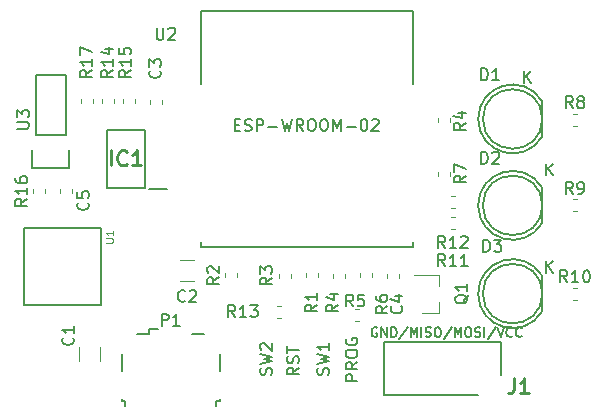
<source format=gto>
G04 #@! TF.GenerationSoftware,KiCad,Pcbnew,(5.1.5)-3*
G04 #@! TF.CreationDate,2020-03-31T22:24:07+09:00*
G04 #@! TF.ProjectId,irController,6972436f-6e74-4726-9f6c-6c65722e6b69,rev?*
G04 #@! TF.SameCoordinates,Original*
G04 #@! TF.FileFunction,Legend,Top*
G04 #@! TF.FilePolarity,Positive*
%FSLAX46Y46*%
G04 Gerber Fmt 4.6, Leading zero omitted, Abs format (unit mm)*
G04 Created by KiCad (PCBNEW (5.1.5)-3) date 2020-03-31 22:24:07*
%MOMM*%
%LPD*%
G04 APERTURE LIST*
%ADD10C,0.150000*%
%ADD11C,0.200000*%
%ADD12C,0.120000*%
%ADD13C,0.152400*%
%ADD14C,0.254000*%
%ADD15C,0.124460*%
G04 APERTURE END LIST*
D10*
X159329380Y-100845714D02*
X158329380Y-100845714D01*
X158329380Y-100464761D01*
X158377000Y-100369523D01*
X158424619Y-100321904D01*
X158519857Y-100274285D01*
X158662714Y-100274285D01*
X158757952Y-100321904D01*
X158805571Y-100369523D01*
X158853190Y-100464761D01*
X158853190Y-100845714D01*
X159329380Y-99274285D02*
X158853190Y-99607619D01*
X159329380Y-99845714D02*
X158329380Y-99845714D01*
X158329380Y-99464761D01*
X158377000Y-99369523D01*
X158424619Y-99321904D01*
X158519857Y-99274285D01*
X158662714Y-99274285D01*
X158757952Y-99321904D01*
X158805571Y-99369523D01*
X158853190Y-99464761D01*
X158853190Y-99845714D01*
X158329380Y-98655238D02*
X158329380Y-98464761D01*
X158377000Y-98369523D01*
X158472238Y-98274285D01*
X158662714Y-98226666D01*
X158996047Y-98226666D01*
X159186523Y-98274285D01*
X159281761Y-98369523D01*
X159329380Y-98464761D01*
X159329380Y-98655238D01*
X159281761Y-98750476D01*
X159186523Y-98845714D01*
X158996047Y-98893333D01*
X158662714Y-98893333D01*
X158472238Y-98845714D01*
X158377000Y-98750476D01*
X158329380Y-98655238D01*
X158377000Y-97274285D02*
X158329380Y-97369523D01*
X158329380Y-97512380D01*
X158377000Y-97655238D01*
X158472238Y-97750476D01*
X158567476Y-97798095D01*
X158757952Y-97845714D01*
X158900809Y-97845714D01*
X159091285Y-97798095D01*
X159186523Y-97750476D01*
X159281761Y-97655238D01*
X159329380Y-97512380D01*
X159329380Y-97417142D01*
X159281761Y-97274285D01*
X159234142Y-97226666D01*
X158900809Y-97226666D01*
X158900809Y-97417142D01*
X154376380Y-99734619D02*
X153900190Y-100067952D01*
X154376380Y-100306047D02*
X153376380Y-100306047D01*
X153376380Y-99925095D01*
X153424000Y-99829857D01*
X153471619Y-99782238D01*
X153566857Y-99734619D01*
X153709714Y-99734619D01*
X153804952Y-99782238D01*
X153852571Y-99829857D01*
X153900190Y-99925095D01*
X153900190Y-100306047D01*
X154328761Y-99353666D02*
X154376380Y-99210809D01*
X154376380Y-98972714D01*
X154328761Y-98877476D01*
X154281142Y-98829857D01*
X154185904Y-98782238D01*
X154090666Y-98782238D01*
X153995428Y-98829857D01*
X153947809Y-98877476D01*
X153900190Y-98972714D01*
X153852571Y-99163190D01*
X153804952Y-99258428D01*
X153757333Y-99306047D01*
X153662095Y-99353666D01*
X153566857Y-99353666D01*
X153471619Y-99306047D01*
X153424000Y-99258428D01*
X153376380Y-99163190D01*
X153376380Y-98925095D01*
X153424000Y-98782238D01*
X153376380Y-98496523D02*
X153376380Y-97925095D01*
X154376380Y-98210809D02*
X153376380Y-98210809D01*
D11*
X148928571Y-79178571D02*
X149261904Y-79178571D01*
X149404761Y-79702380D02*
X148928571Y-79702380D01*
X148928571Y-78702380D01*
X149404761Y-78702380D01*
X149785714Y-79654761D02*
X149928571Y-79702380D01*
X150166666Y-79702380D01*
X150261904Y-79654761D01*
X150309523Y-79607142D01*
X150357142Y-79511904D01*
X150357142Y-79416666D01*
X150309523Y-79321428D01*
X150261904Y-79273809D01*
X150166666Y-79226190D01*
X149976190Y-79178571D01*
X149880952Y-79130952D01*
X149833333Y-79083333D01*
X149785714Y-78988095D01*
X149785714Y-78892857D01*
X149833333Y-78797619D01*
X149880952Y-78750000D01*
X149976190Y-78702380D01*
X150214285Y-78702380D01*
X150357142Y-78750000D01*
X150785714Y-79702380D02*
X150785714Y-78702380D01*
X151166666Y-78702380D01*
X151261904Y-78750000D01*
X151309523Y-78797619D01*
X151357142Y-78892857D01*
X151357142Y-79035714D01*
X151309523Y-79130952D01*
X151261904Y-79178571D01*
X151166666Y-79226190D01*
X150785714Y-79226190D01*
X151785714Y-79321428D02*
X152547619Y-79321428D01*
X152928571Y-78702380D02*
X153166666Y-79702380D01*
X153357142Y-78988095D01*
X153547619Y-79702380D01*
X153785714Y-78702380D01*
X154738095Y-79702380D02*
X154404761Y-79226190D01*
X154166666Y-79702380D02*
X154166666Y-78702380D01*
X154547619Y-78702380D01*
X154642857Y-78750000D01*
X154690476Y-78797619D01*
X154738095Y-78892857D01*
X154738095Y-79035714D01*
X154690476Y-79130952D01*
X154642857Y-79178571D01*
X154547619Y-79226190D01*
X154166666Y-79226190D01*
X155357142Y-78702380D02*
X155547619Y-78702380D01*
X155642857Y-78750000D01*
X155738095Y-78845238D01*
X155785714Y-79035714D01*
X155785714Y-79369047D01*
X155738095Y-79559523D01*
X155642857Y-79654761D01*
X155547619Y-79702380D01*
X155357142Y-79702380D01*
X155261904Y-79654761D01*
X155166666Y-79559523D01*
X155119047Y-79369047D01*
X155119047Y-79035714D01*
X155166666Y-78845238D01*
X155261904Y-78750000D01*
X155357142Y-78702380D01*
X156404761Y-78702380D02*
X156595238Y-78702380D01*
X156690476Y-78750000D01*
X156785714Y-78845238D01*
X156833333Y-79035714D01*
X156833333Y-79369047D01*
X156785714Y-79559523D01*
X156690476Y-79654761D01*
X156595238Y-79702380D01*
X156404761Y-79702380D01*
X156309523Y-79654761D01*
X156214285Y-79559523D01*
X156166666Y-79369047D01*
X156166666Y-79035714D01*
X156214285Y-78845238D01*
X156309523Y-78750000D01*
X156404761Y-78702380D01*
X157261904Y-79702380D02*
X157261904Y-78702380D01*
X157595238Y-79416666D01*
X157928571Y-78702380D01*
X157928571Y-79702380D01*
X158404761Y-79321428D02*
X159166666Y-79321428D01*
X159833333Y-78702380D02*
X159928571Y-78702380D01*
X160023809Y-78750000D01*
X160071428Y-78797619D01*
X160119047Y-78892857D01*
X160166666Y-79083333D01*
X160166666Y-79321428D01*
X160119047Y-79511904D01*
X160071428Y-79607142D01*
X160023809Y-79654761D01*
X159928571Y-79702380D01*
X159833333Y-79702380D01*
X159738095Y-79654761D01*
X159690476Y-79607142D01*
X159642857Y-79511904D01*
X159595238Y-79321428D01*
X159595238Y-79083333D01*
X159642857Y-78892857D01*
X159690476Y-78797619D01*
X159738095Y-78750000D01*
X159833333Y-78702380D01*
X160547619Y-78797619D02*
X160595238Y-78750000D01*
X160690476Y-78702380D01*
X160928571Y-78702380D01*
X161023809Y-78750000D01*
X161071428Y-78797619D01*
X161119047Y-78892857D01*
X161119047Y-78988095D01*
X161071428Y-79130952D01*
X160500000Y-79702380D01*
X161119047Y-79702380D01*
D10*
X160973238Y-96374000D02*
X160897047Y-96335904D01*
X160782761Y-96335904D01*
X160668476Y-96374000D01*
X160592285Y-96450190D01*
X160554190Y-96526380D01*
X160516095Y-96678761D01*
X160516095Y-96793047D01*
X160554190Y-96945428D01*
X160592285Y-97021619D01*
X160668476Y-97097809D01*
X160782761Y-97135904D01*
X160858952Y-97135904D01*
X160973238Y-97097809D01*
X161011333Y-97059714D01*
X161011333Y-96793047D01*
X160858952Y-96793047D01*
X161354190Y-97135904D02*
X161354190Y-96335904D01*
X161811333Y-97135904D01*
X161811333Y-96335904D01*
X162192285Y-97135904D02*
X162192285Y-96335904D01*
X162382761Y-96335904D01*
X162497047Y-96374000D01*
X162573238Y-96450190D01*
X162611333Y-96526380D01*
X162649428Y-96678761D01*
X162649428Y-96793047D01*
X162611333Y-96945428D01*
X162573238Y-97021619D01*
X162497047Y-97097809D01*
X162382761Y-97135904D01*
X162192285Y-97135904D01*
X163563714Y-96297809D02*
X162878000Y-97326380D01*
X163830380Y-97135904D02*
X163830380Y-96335904D01*
X164097047Y-96907333D01*
X164363714Y-96335904D01*
X164363714Y-97135904D01*
X164744666Y-97135904D02*
X164744666Y-96335904D01*
X165087523Y-97097809D02*
X165201809Y-97135904D01*
X165392285Y-97135904D01*
X165468476Y-97097809D01*
X165506571Y-97059714D01*
X165544666Y-96983523D01*
X165544666Y-96907333D01*
X165506571Y-96831142D01*
X165468476Y-96793047D01*
X165392285Y-96754952D01*
X165239904Y-96716857D01*
X165163714Y-96678761D01*
X165125619Y-96640666D01*
X165087523Y-96564476D01*
X165087523Y-96488285D01*
X165125619Y-96412095D01*
X165163714Y-96374000D01*
X165239904Y-96335904D01*
X165430380Y-96335904D01*
X165544666Y-96374000D01*
X166039904Y-96335904D02*
X166192285Y-96335904D01*
X166268476Y-96374000D01*
X166344666Y-96450190D01*
X166382761Y-96602571D01*
X166382761Y-96869238D01*
X166344666Y-97021619D01*
X166268476Y-97097809D01*
X166192285Y-97135904D01*
X166039904Y-97135904D01*
X165963714Y-97097809D01*
X165887523Y-97021619D01*
X165849428Y-96869238D01*
X165849428Y-96602571D01*
X165887523Y-96450190D01*
X165963714Y-96374000D01*
X166039904Y-96335904D01*
X167297047Y-96297809D02*
X166611333Y-97326380D01*
X167563714Y-97135904D02*
X167563714Y-96335904D01*
X167830380Y-96907333D01*
X168097047Y-96335904D01*
X168097047Y-97135904D01*
X168630380Y-96335904D02*
X168782761Y-96335904D01*
X168858952Y-96374000D01*
X168935142Y-96450190D01*
X168973238Y-96602571D01*
X168973238Y-96869238D01*
X168935142Y-97021619D01*
X168858952Y-97097809D01*
X168782761Y-97135904D01*
X168630380Y-97135904D01*
X168554190Y-97097809D01*
X168478000Y-97021619D01*
X168439904Y-96869238D01*
X168439904Y-96602571D01*
X168478000Y-96450190D01*
X168554190Y-96374000D01*
X168630380Y-96335904D01*
X169278000Y-97097809D02*
X169392285Y-97135904D01*
X169582761Y-97135904D01*
X169658952Y-97097809D01*
X169697047Y-97059714D01*
X169735142Y-96983523D01*
X169735142Y-96907333D01*
X169697047Y-96831142D01*
X169658952Y-96793047D01*
X169582761Y-96754952D01*
X169430380Y-96716857D01*
X169354190Y-96678761D01*
X169316095Y-96640666D01*
X169278000Y-96564476D01*
X169278000Y-96488285D01*
X169316095Y-96412095D01*
X169354190Y-96374000D01*
X169430380Y-96335904D01*
X169620857Y-96335904D01*
X169735142Y-96374000D01*
X170078000Y-97135904D02*
X170078000Y-96335904D01*
X171030380Y-96297809D02*
X170344666Y-97326380D01*
X171182761Y-96335904D02*
X171449428Y-97135904D01*
X171716095Y-96335904D01*
X172439904Y-97059714D02*
X172401809Y-97097809D01*
X172287523Y-97135904D01*
X172211333Y-97135904D01*
X172097047Y-97097809D01*
X172020857Y-97021619D01*
X171982761Y-96945428D01*
X171944666Y-96793047D01*
X171944666Y-96678761D01*
X171982761Y-96526380D01*
X172020857Y-96450190D01*
X172097047Y-96374000D01*
X172211333Y-96335904D01*
X172287523Y-96335904D01*
X172401809Y-96374000D01*
X172439904Y-96412095D01*
X173239904Y-97059714D02*
X173201809Y-97097809D01*
X173087523Y-97135904D01*
X173011333Y-97135904D01*
X172897047Y-97097809D01*
X172820857Y-97021619D01*
X172782761Y-96945428D01*
X172744666Y-96793047D01*
X172744666Y-96678761D01*
X172782761Y-96526380D01*
X172820857Y-96450190D01*
X172897047Y-96374000D01*
X173011333Y-96335904D01*
X173087523Y-96335904D01*
X173201809Y-96374000D01*
X173239904Y-96412095D01*
D11*
X169545000Y-102030000D02*
X161595000Y-102030000D01*
X161595000Y-102030000D02*
X161595000Y-97530000D01*
X161595000Y-97530000D02*
X171495000Y-97530000D01*
X171495000Y-97530000D02*
X171495000Y-100330000D01*
D12*
X152516721Y-94486000D02*
X152842279Y-94486000D01*
X152516721Y-95506000D02*
X152842279Y-95506000D01*
X159510000Y-92085279D02*
X159510000Y-91759721D01*
X160530000Y-92085279D02*
X160530000Y-91759721D01*
X152652000Y-91810721D02*
X152652000Y-92136279D01*
X153672000Y-91810721D02*
X153672000Y-92136279D01*
X135130000Y-84973279D02*
X135130000Y-84647721D01*
X134110000Y-84973279D02*
X134110000Y-84647721D01*
X161796000Y-91810721D02*
X161796000Y-92136279D01*
X162816000Y-91810721D02*
X162816000Y-92136279D01*
X141752000Y-77053221D02*
X141752000Y-77378779D01*
X142772000Y-77053221D02*
X142772000Y-77378779D01*
X144301936Y-92410000D02*
X145506064Y-92410000D01*
X144301936Y-90590000D02*
X145506064Y-90590000D01*
X135742000Y-97949936D02*
X135742000Y-99154064D01*
X137562000Y-97949936D02*
X137562000Y-99154064D01*
X167550279Y-85190000D02*
X167224721Y-85190000D01*
X167550279Y-86210000D02*
X167224721Y-86210000D01*
X177567221Y-78230000D02*
X177892779Y-78230000D01*
X177567221Y-79250000D02*
X177892779Y-79250000D01*
D10*
X174977936Y-93472000D02*
G75*
G03X174977936Y-93472000I-2517936J0D01*
G01*
X174960000Y-91972000D02*
X174960000Y-94972000D01*
X174944888Y-91947096D02*
G75*
G03X174960000Y-94972000I-2484888J-1524904D01*
G01*
X174977936Y-78681580D02*
G75*
G03X174977936Y-78681580I-2517936J0D01*
G01*
X174960000Y-77181580D02*
X174960000Y-80181580D01*
X174944888Y-77156676D02*
G75*
G03X174960000Y-80181580I-2484888J-1524904D01*
G01*
X174977936Y-86000000D02*
G75*
G03X174977936Y-86000000I-2517936J0D01*
G01*
X174960000Y-84500000D02*
X174960000Y-87500000D01*
X174944888Y-84475096D02*
G75*
G03X174960000Y-87500000I-2484888J-1524904D01*
G01*
D12*
X166260000Y-95080000D02*
X166260000Y-94150000D01*
X166260000Y-91920000D02*
X166260000Y-92850000D01*
X166260000Y-91920000D02*
X164100000Y-91920000D01*
X166260000Y-95080000D02*
X164800000Y-95080000D01*
D10*
X131116000Y-87936000D02*
X131116000Y-94436000D01*
X131116000Y-94436000D02*
X137616000Y-94436000D01*
X137616000Y-94436000D02*
X137616000Y-87936000D01*
X137616000Y-87936000D02*
X131116000Y-87936000D01*
X131800000Y-81280000D02*
X131800000Y-82830000D01*
X131800000Y-82830000D02*
X134900000Y-82830000D01*
X134900000Y-82830000D02*
X134900000Y-81280000D01*
X132080000Y-80010000D02*
X132080000Y-74930000D01*
X132080000Y-74930000D02*
X134620000Y-74930000D01*
X134620000Y-74930000D02*
X134620000Y-80010000D01*
X134620000Y-80010000D02*
X132080000Y-80010000D01*
D12*
X154938000Y-91759721D02*
X154938000Y-92085279D01*
X155958000Y-91759721D02*
X155958000Y-92085279D01*
X148080000Y-92085279D02*
X148080000Y-91759721D01*
X149100000Y-92085279D02*
X149100000Y-91759721D01*
X166114000Y-78928279D02*
X166114000Y-78602721D01*
X167134000Y-78928279D02*
X167134000Y-78602721D01*
X159446279Y-94740000D02*
X159120721Y-94740000D01*
X159446279Y-95760000D02*
X159120721Y-95760000D01*
X167134000Y-83149221D02*
X167134000Y-83474779D01*
X166114000Y-83149221D02*
X166114000Y-83474779D01*
X177567221Y-85490000D02*
X177892779Y-85490000D01*
X177567221Y-86510000D02*
X177892779Y-86510000D01*
X177567221Y-92962000D02*
X177892779Y-92962000D01*
X177567221Y-93982000D02*
X177892779Y-93982000D01*
X167575279Y-88010000D02*
X167249721Y-88010000D01*
X167575279Y-86990000D02*
X167249721Y-86990000D01*
D13*
X146080000Y-69535000D02*
X146080000Y-75720000D01*
X164063200Y-89120000D02*
X164063200Y-89499400D01*
X146080000Y-89120000D02*
X146080000Y-89499400D01*
X164063200Y-69535000D02*
X164063200Y-75720000D01*
X146080000Y-89537500D02*
X164063200Y-89537500D01*
X164050500Y-69535000D02*
X146080000Y-69535000D01*
D10*
X139350000Y-98600000D02*
X139350000Y-100000000D01*
X139350000Y-102400000D02*
X139350000Y-102550000D01*
X139350000Y-102550000D02*
X139650000Y-102550000D01*
X139650000Y-102550000D02*
X139650000Y-103000000D01*
X147350000Y-103000000D02*
X147350000Y-102550000D01*
X147350000Y-102550000D02*
X147650000Y-102550000D01*
X147650000Y-102550000D02*
X147650000Y-102400000D01*
X147650000Y-100000000D02*
X147650000Y-98600000D01*
X142425000Y-96425000D02*
X141700000Y-96425000D01*
X141700000Y-96425000D02*
X141700000Y-96850000D01*
X141700000Y-96850000D02*
X140700000Y-96850000D01*
X145300000Y-96850000D02*
X146300000Y-96850000D01*
D11*
X141300000Y-84492000D02*
X138100000Y-84492000D01*
X138100000Y-84492000D02*
X138100000Y-79592000D01*
X138100000Y-79592000D02*
X141300000Y-79592000D01*
X141300000Y-79592000D02*
X141300000Y-84492000D01*
X143175000Y-84622000D02*
X141650000Y-84622000D01*
D12*
X158244000Y-91810721D02*
X158244000Y-92136279D01*
X157224000Y-91810721D02*
X157224000Y-92136279D01*
X137666000Y-77027721D02*
X137666000Y-77353279D01*
X138686000Y-77027721D02*
X138686000Y-77353279D01*
X140464000Y-77027721D02*
X140464000Y-77353279D01*
X139444000Y-77027721D02*
X139444000Y-77353279D01*
X131824000Y-84973279D02*
X131824000Y-84647721D01*
X132844000Y-84973279D02*
X132844000Y-84647721D01*
X135888000Y-77027721D02*
X135888000Y-77353279D01*
X136908000Y-77027721D02*
X136908000Y-77353279D01*
D14*
X172550666Y-100650523D02*
X172550666Y-101557666D01*
X172490190Y-101739095D01*
X172369238Y-101860047D01*
X172187809Y-101920523D01*
X172066857Y-101920523D01*
X173820666Y-101920523D02*
X173094952Y-101920523D01*
X173457809Y-101920523D02*
X173457809Y-100650523D01*
X173336857Y-100831952D01*
X173215904Y-100952904D01*
X173094952Y-101013380D01*
D10*
X148963142Y-95448380D02*
X148629809Y-94972190D01*
X148391714Y-95448380D02*
X148391714Y-94448380D01*
X148772666Y-94448380D01*
X148867904Y-94496000D01*
X148915523Y-94543619D01*
X148963142Y-94638857D01*
X148963142Y-94781714D01*
X148915523Y-94876952D01*
X148867904Y-94924571D01*
X148772666Y-94972190D01*
X148391714Y-94972190D01*
X149915523Y-95448380D02*
X149344095Y-95448380D01*
X149629809Y-95448380D02*
X149629809Y-94448380D01*
X149534571Y-94591238D01*
X149439333Y-94686476D01*
X149344095Y-94734095D01*
X150248857Y-94448380D02*
X150867904Y-94448380D01*
X150534571Y-94829333D01*
X150677428Y-94829333D01*
X150772666Y-94876952D01*
X150820285Y-94924571D01*
X150867904Y-95019809D01*
X150867904Y-95257904D01*
X150820285Y-95353142D01*
X150772666Y-95400761D01*
X150677428Y-95448380D01*
X150391714Y-95448380D01*
X150296476Y-95400761D01*
X150248857Y-95353142D01*
X161869380Y-94527666D02*
X161393190Y-94861000D01*
X161869380Y-95099095D02*
X160869380Y-95099095D01*
X160869380Y-94718142D01*
X160917000Y-94622904D01*
X160964619Y-94575285D01*
X161059857Y-94527666D01*
X161202714Y-94527666D01*
X161297952Y-94575285D01*
X161345571Y-94622904D01*
X161393190Y-94718142D01*
X161393190Y-95099095D01*
X160869380Y-93670523D02*
X160869380Y-93861000D01*
X160917000Y-93956238D01*
X160964619Y-94003857D01*
X161107476Y-94099095D01*
X161297952Y-94146714D01*
X161678904Y-94146714D01*
X161774142Y-94099095D01*
X161821761Y-94051476D01*
X161869380Y-93956238D01*
X161869380Y-93765761D01*
X161821761Y-93670523D01*
X161774142Y-93622904D01*
X161678904Y-93575285D01*
X161440809Y-93575285D01*
X161345571Y-93622904D01*
X161297952Y-93670523D01*
X161250333Y-93765761D01*
X161250333Y-93956238D01*
X161297952Y-94051476D01*
X161345571Y-94099095D01*
X161440809Y-94146714D01*
X152090380Y-92114666D02*
X151614190Y-92448000D01*
X152090380Y-92686095D02*
X151090380Y-92686095D01*
X151090380Y-92305142D01*
X151138000Y-92209904D01*
X151185619Y-92162285D01*
X151280857Y-92114666D01*
X151423714Y-92114666D01*
X151518952Y-92162285D01*
X151566571Y-92209904D01*
X151614190Y-92305142D01*
X151614190Y-92686095D01*
X151090380Y-91781333D02*
X151090380Y-91162285D01*
X151471333Y-91495619D01*
X151471333Y-91352761D01*
X151518952Y-91257523D01*
X151566571Y-91209904D01*
X151661809Y-91162285D01*
X151899904Y-91162285D01*
X151995142Y-91209904D01*
X152042761Y-91257523D01*
X152090380Y-91352761D01*
X152090380Y-91638476D01*
X152042761Y-91733714D01*
X151995142Y-91781333D01*
X152042761Y-100333333D02*
X152090380Y-100190476D01*
X152090380Y-99952380D01*
X152042761Y-99857142D01*
X151995142Y-99809523D01*
X151899904Y-99761904D01*
X151804666Y-99761904D01*
X151709428Y-99809523D01*
X151661809Y-99857142D01*
X151614190Y-99952380D01*
X151566571Y-100142857D01*
X151518952Y-100238095D01*
X151471333Y-100285714D01*
X151376095Y-100333333D01*
X151280857Y-100333333D01*
X151185619Y-100285714D01*
X151138000Y-100238095D01*
X151090380Y-100142857D01*
X151090380Y-99904761D01*
X151138000Y-99761904D01*
X151090380Y-99428571D02*
X152090380Y-99190476D01*
X151376095Y-99000000D01*
X152090380Y-98809523D01*
X151090380Y-98571428D01*
X151185619Y-98238095D02*
X151138000Y-98190476D01*
X151090380Y-98095238D01*
X151090380Y-97857142D01*
X151138000Y-97761904D01*
X151185619Y-97714285D01*
X151280857Y-97666666D01*
X151376095Y-97666666D01*
X151518952Y-97714285D01*
X152090380Y-98285714D01*
X152090380Y-97666666D01*
X136501142Y-85764666D02*
X136548761Y-85812285D01*
X136596380Y-85955142D01*
X136596380Y-86050380D01*
X136548761Y-86193238D01*
X136453523Y-86288476D01*
X136358285Y-86336095D01*
X136167809Y-86383714D01*
X136024952Y-86383714D01*
X135834476Y-86336095D01*
X135739238Y-86288476D01*
X135644000Y-86193238D01*
X135596380Y-86050380D01*
X135596380Y-85955142D01*
X135644000Y-85812285D01*
X135691619Y-85764666D01*
X135596380Y-84859904D02*
X135596380Y-85336095D01*
X136072571Y-85383714D01*
X136024952Y-85336095D01*
X135977333Y-85240857D01*
X135977333Y-85002761D01*
X136024952Y-84907523D01*
X136072571Y-84859904D01*
X136167809Y-84812285D01*
X136405904Y-84812285D01*
X136501142Y-84859904D01*
X136548761Y-84907523D01*
X136596380Y-85002761D01*
X136596380Y-85240857D01*
X136548761Y-85336095D01*
X136501142Y-85383714D01*
X163044142Y-94527666D02*
X163091761Y-94575285D01*
X163139380Y-94718142D01*
X163139380Y-94813380D01*
X163091761Y-94956238D01*
X162996523Y-95051476D01*
X162901285Y-95099095D01*
X162710809Y-95146714D01*
X162567952Y-95146714D01*
X162377476Y-95099095D01*
X162282238Y-95051476D01*
X162187000Y-94956238D01*
X162139380Y-94813380D01*
X162139380Y-94718142D01*
X162187000Y-94575285D01*
X162234619Y-94527666D01*
X162472714Y-93670523D02*
X163139380Y-93670523D01*
X162091761Y-93908619D02*
X162806047Y-94146714D01*
X162806047Y-93527666D01*
X142597142Y-74588666D02*
X142644761Y-74636285D01*
X142692380Y-74779142D01*
X142692380Y-74874380D01*
X142644761Y-75017238D01*
X142549523Y-75112476D01*
X142454285Y-75160095D01*
X142263809Y-75207714D01*
X142120952Y-75207714D01*
X141930476Y-75160095D01*
X141835238Y-75112476D01*
X141740000Y-75017238D01*
X141692380Y-74874380D01*
X141692380Y-74779142D01*
X141740000Y-74636285D01*
X141787619Y-74588666D01*
X141692380Y-74255333D02*
X141692380Y-73636285D01*
X142073333Y-73969619D01*
X142073333Y-73826761D01*
X142120952Y-73731523D01*
X142168571Y-73683904D01*
X142263809Y-73636285D01*
X142501904Y-73636285D01*
X142597142Y-73683904D01*
X142644761Y-73731523D01*
X142692380Y-73826761D01*
X142692380Y-74112476D01*
X142644761Y-74207714D01*
X142597142Y-74255333D01*
X144737333Y-94083142D02*
X144689714Y-94130761D01*
X144546857Y-94178380D01*
X144451619Y-94178380D01*
X144308761Y-94130761D01*
X144213523Y-94035523D01*
X144165904Y-93940285D01*
X144118285Y-93749809D01*
X144118285Y-93606952D01*
X144165904Y-93416476D01*
X144213523Y-93321238D01*
X144308761Y-93226000D01*
X144451619Y-93178380D01*
X144546857Y-93178380D01*
X144689714Y-93226000D01*
X144737333Y-93273619D01*
X145118285Y-93273619D02*
X145165904Y-93226000D01*
X145261142Y-93178380D01*
X145499238Y-93178380D01*
X145594476Y-93226000D01*
X145642095Y-93273619D01*
X145689714Y-93368857D01*
X145689714Y-93464095D01*
X145642095Y-93606952D01*
X145070666Y-94178380D01*
X145689714Y-94178380D01*
X135231142Y-97194666D02*
X135278761Y-97242285D01*
X135326380Y-97385142D01*
X135326380Y-97480380D01*
X135278761Y-97623238D01*
X135183523Y-97718476D01*
X135088285Y-97766095D01*
X134897809Y-97813714D01*
X134754952Y-97813714D01*
X134564476Y-97766095D01*
X134469238Y-97718476D01*
X134374000Y-97623238D01*
X134326380Y-97480380D01*
X134326380Y-97385142D01*
X134374000Y-97242285D01*
X134421619Y-97194666D01*
X135326380Y-96242285D02*
X135326380Y-96813714D01*
X135326380Y-96528000D02*
X134326380Y-96528000D01*
X134469238Y-96623238D01*
X134564476Y-96718476D01*
X134612095Y-96813714D01*
X166743142Y-89606380D02*
X166409809Y-89130190D01*
X166171714Y-89606380D02*
X166171714Y-88606380D01*
X166552666Y-88606380D01*
X166647904Y-88654000D01*
X166695523Y-88701619D01*
X166743142Y-88796857D01*
X166743142Y-88939714D01*
X166695523Y-89034952D01*
X166647904Y-89082571D01*
X166552666Y-89130190D01*
X166171714Y-89130190D01*
X167695523Y-89606380D02*
X167124095Y-89606380D01*
X167409809Y-89606380D02*
X167409809Y-88606380D01*
X167314571Y-88749238D01*
X167219333Y-88844476D01*
X167124095Y-88892095D01*
X168076476Y-88701619D02*
X168124095Y-88654000D01*
X168219333Y-88606380D01*
X168457428Y-88606380D01*
X168552666Y-88654000D01*
X168600285Y-88701619D01*
X168647904Y-88796857D01*
X168647904Y-88892095D01*
X168600285Y-89034952D01*
X168028857Y-89606380D01*
X168647904Y-89606380D01*
X177563333Y-77762380D02*
X177230000Y-77286190D01*
X176991904Y-77762380D02*
X176991904Y-76762380D01*
X177372857Y-76762380D01*
X177468095Y-76810000D01*
X177515714Y-76857619D01*
X177563333Y-76952857D01*
X177563333Y-77095714D01*
X177515714Y-77190952D01*
X177468095Y-77238571D01*
X177372857Y-77286190D01*
X176991904Y-77286190D01*
X178134761Y-77190952D02*
X178039523Y-77143333D01*
X177991904Y-77095714D01*
X177944285Y-77000476D01*
X177944285Y-76952857D01*
X177991904Y-76857619D01*
X178039523Y-76810000D01*
X178134761Y-76762380D01*
X178325238Y-76762380D01*
X178420476Y-76810000D01*
X178468095Y-76857619D01*
X178515714Y-76952857D01*
X178515714Y-77000476D01*
X178468095Y-77095714D01*
X178420476Y-77143333D01*
X178325238Y-77190952D01*
X178134761Y-77190952D01*
X178039523Y-77238571D01*
X177991904Y-77286190D01*
X177944285Y-77381428D01*
X177944285Y-77571904D01*
X177991904Y-77667142D01*
X178039523Y-77714761D01*
X178134761Y-77762380D01*
X178325238Y-77762380D01*
X178420476Y-77714761D01*
X178468095Y-77667142D01*
X178515714Y-77571904D01*
X178515714Y-77381428D01*
X178468095Y-77286190D01*
X178420476Y-77238571D01*
X178325238Y-77190952D01*
X156868761Y-100333333D02*
X156916380Y-100190476D01*
X156916380Y-99952380D01*
X156868761Y-99857142D01*
X156821142Y-99809523D01*
X156725904Y-99761904D01*
X156630666Y-99761904D01*
X156535428Y-99809523D01*
X156487809Y-99857142D01*
X156440190Y-99952380D01*
X156392571Y-100142857D01*
X156344952Y-100238095D01*
X156297333Y-100285714D01*
X156202095Y-100333333D01*
X156106857Y-100333333D01*
X156011619Y-100285714D01*
X155964000Y-100238095D01*
X155916380Y-100142857D01*
X155916380Y-99904761D01*
X155964000Y-99761904D01*
X155916380Y-99428571D02*
X156916380Y-99190476D01*
X156202095Y-99000000D01*
X156916380Y-98809523D01*
X155916380Y-98571428D01*
X156916380Y-97666666D02*
X156916380Y-98238095D01*
X156916380Y-97952380D02*
X155916380Y-97952380D01*
X156059238Y-98047619D01*
X156154476Y-98142857D01*
X156202095Y-98238095D01*
X169991904Y-89924380D02*
X169991904Y-88924380D01*
X170230000Y-88924380D01*
X170372857Y-88972000D01*
X170468095Y-89067238D01*
X170515714Y-89162476D01*
X170563333Y-89352952D01*
X170563333Y-89495809D01*
X170515714Y-89686285D01*
X170468095Y-89781523D01*
X170372857Y-89876761D01*
X170230000Y-89924380D01*
X169991904Y-89924380D01*
X170896666Y-88924380D02*
X171515714Y-88924380D01*
X171182380Y-89305333D01*
X171325238Y-89305333D01*
X171420476Y-89352952D01*
X171468095Y-89400571D01*
X171515714Y-89495809D01*
X171515714Y-89733904D01*
X171468095Y-89829142D01*
X171420476Y-89876761D01*
X171325238Y-89924380D01*
X171039523Y-89924380D01*
X170944285Y-89876761D01*
X170896666Y-89829142D01*
X175276095Y-91682380D02*
X175276095Y-90682380D01*
X175847523Y-91682380D02*
X175418952Y-91110952D01*
X175847523Y-90682380D02*
X175276095Y-91253809D01*
X169799904Y-75401960D02*
X169799904Y-74401960D01*
X170038000Y-74401960D01*
X170180857Y-74449580D01*
X170276095Y-74544818D01*
X170323714Y-74640056D01*
X170371333Y-74830532D01*
X170371333Y-74973389D01*
X170323714Y-75163865D01*
X170276095Y-75259103D01*
X170180857Y-75354341D01*
X170038000Y-75401960D01*
X169799904Y-75401960D01*
X171323714Y-75401960D02*
X170752285Y-75401960D01*
X171038000Y-75401960D02*
X171038000Y-74401960D01*
X170942761Y-74544818D01*
X170847523Y-74640056D01*
X170752285Y-74687675D01*
X173468095Y-75633960D02*
X173468095Y-74633960D01*
X174039523Y-75633960D02*
X173610952Y-75062532D01*
X174039523Y-74633960D02*
X173468095Y-75205389D01*
X169799904Y-82464380D02*
X169799904Y-81464380D01*
X170038000Y-81464380D01*
X170180857Y-81512000D01*
X170276095Y-81607238D01*
X170323714Y-81702476D01*
X170371333Y-81892952D01*
X170371333Y-82035809D01*
X170323714Y-82226285D01*
X170276095Y-82321523D01*
X170180857Y-82416761D01*
X170038000Y-82464380D01*
X169799904Y-82464380D01*
X170752285Y-81559619D02*
X170799904Y-81512000D01*
X170895142Y-81464380D01*
X171133238Y-81464380D01*
X171228476Y-81512000D01*
X171276095Y-81559619D01*
X171323714Y-81654857D01*
X171323714Y-81750095D01*
X171276095Y-81892952D01*
X170704666Y-82464380D01*
X171323714Y-82464380D01*
X175276095Y-83464380D02*
X175276095Y-82464380D01*
X175847523Y-83464380D02*
X175418952Y-82892952D01*
X175847523Y-82464380D02*
X175276095Y-83035809D01*
X168695619Y-93567238D02*
X168648000Y-93662476D01*
X168552761Y-93757714D01*
X168409904Y-93900571D01*
X168362285Y-93995809D01*
X168362285Y-94091047D01*
X168600380Y-94043428D02*
X168552761Y-94138666D01*
X168457523Y-94233904D01*
X168267047Y-94281523D01*
X167933714Y-94281523D01*
X167743238Y-94233904D01*
X167648000Y-94138666D01*
X167600380Y-94043428D01*
X167600380Y-93852952D01*
X167648000Y-93757714D01*
X167743238Y-93662476D01*
X167933714Y-93614857D01*
X168267047Y-93614857D01*
X168457523Y-93662476D01*
X168552761Y-93757714D01*
X168600380Y-93852952D01*
X168600380Y-94043428D01*
X168600380Y-92662476D02*
X168600380Y-93233904D01*
X168600380Y-92948190D02*
X167600380Y-92948190D01*
X167743238Y-93043428D01*
X167838476Y-93138666D01*
X167886095Y-93233904D01*
D15*
X138037735Y-89142716D02*
X138522996Y-89142716D01*
X138580085Y-89114171D01*
X138608630Y-89085626D01*
X138637175Y-89028537D01*
X138637175Y-88914358D01*
X138608630Y-88857268D01*
X138580085Y-88828723D01*
X138522996Y-88800179D01*
X138037735Y-88800179D01*
X138637175Y-88200739D02*
X138637175Y-88543276D01*
X138637175Y-88372007D02*
X138037735Y-88372007D01*
X138123369Y-88429097D01*
X138180459Y-88486186D01*
X138209003Y-88543276D01*
D10*
X130516380Y-79501904D02*
X131325904Y-79501904D01*
X131421142Y-79454285D01*
X131468761Y-79406666D01*
X131516380Y-79311428D01*
X131516380Y-79120952D01*
X131468761Y-79025714D01*
X131421142Y-78978095D01*
X131325904Y-78930476D01*
X130516380Y-78930476D01*
X130516380Y-78549523D02*
X130516380Y-77930476D01*
X130897333Y-78263809D01*
X130897333Y-78120952D01*
X130944952Y-78025714D01*
X130992571Y-77978095D01*
X131087809Y-77930476D01*
X131325904Y-77930476D01*
X131421142Y-77978095D01*
X131468761Y-78025714D01*
X131516380Y-78120952D01*
X131516380Y-78406666D01*
X131468761Y-78501904D01*
X131421142Y-78549523D01*
X155900380Y-94400666D02*
X155424190Y-94734000D01*
X155900380Y-94972095D02*
X154900380Y-94972095D01*
X154900380Y-94591142D01*
X154948000Y-94495904D01*
X154995619Y-94448285D01*
X155090857Y-94400666D01*
X155233714Y-94400666D01*
X155328952Y-94448285D01*
X155376571Y-94495904D01*
X155424190Y-94591142D01*
X155424190Y-94972095D01*
X155900380Y-93448285D02*
X155900380Y-94019714D01*
X155900380Y-93734000D02*
X154900380Y-93734000D01*
X155043238Y-93829238D01*
X155138476Y-93924476D01*
X155186095Y-94019714D01*
X147612380Y-92089166D02*
X147136190Y-92422500D01*
X147612380Y-92660595D02*
X146612380Y-92660595D01*
X146612380Y-92279642D01*
X146660000Y-92184404D01*
X146707619Y-92136785D01*
X146802857Y-92089166D01*
X146945714Y-92089166D01*
X147040952Y-92136785D01*
X147088571Y-92184404D01*
X147136190Y-92279642D01*
X147136190Y-92660595D01*
X146707619Y-91708214D02*
X146660000Y-91660595D01*
X146612380Y-91565357D01*
X146612380Y-91327261D01*
X146660000Y-91232023D01*
X146707619Y-91184404D01*
X146802857Y-91136785D01*
X146898095Y-91136785D01*
X147040952Y-91184404D01*
X147612380Y-91755833D01*
X147612380Y-91136785D01*
X168481380Y-79009666D02*
X168005190Y-79343000D01*
X168481380Y-79581095D02*
X167481380Y-79581095D01*
X167481380Y-79200142D01*
X167529000Y-79104904D01*
X167576619Y-79057285D01*
X167671857Y-79009666D01*
X167814714Y-79009666D01*
X167909952Y-79057285D01*
X167957571Y-79104904D01*
X168005190Y-79200142D01*
X168005190Y-79581095D01*
X167814714Y-78152523D02*
X168481380Y-78152523D01*
X167433761Y-78390619D02*
X168148047Y-78628714D01*
X168148047Y-78009666D01*
X158964333Y-94559380D02*
X158631000Y-94083190D01*
X158392904Y-94559380D02*
X158392904Y-93559380D01*
X158773857Y-93559380D01*
X158869095Y-93607000D01*
X158916714Y-93654619D01*
X158964333Y-93749857D01*
X158964333Y-93892714D01*
X158916714Y-93987952D01*
X158869095Y-94035571D01*
X158773857Y-94083190D01*
X158392904Y-94083190D01*
X159869095Y-93559380D02*
X159392904Y-93559380D01*
X159345285Y-94035571D01*
X159392904Y-93987952D01*
X159488142Y-93940333D01*
X159726238Y-93940333D01*
X159821476Y-93987952D01*
X159869095Y-94035571D01*
X159916714Y-94130809D01*
X159916714Y-94368904D01*
X159869095Y-94464142D01*
X159821476Y-94511761D01*
X159726238Y-94559380D01*
X159488142Y-94559380D01*
X159392904Y-94511761D01*
X159345285Y-94464142D01*
X168506380Y-83478666D02*
X168030190Y-83812000D01*
X168506380Y-84050095D02*
X167506380Y-84050095D01*
X167506380Y-83669142D01*
X167554000Y-83573904D01*
X167601619Y-83526285D01*
X167696857Y-83478666D01*
X167839714Y-83478666D01*
X167934952Y-83526285D01*
X167982571Y-83573904D01*
X168030190Y-83669142D01*
X168030190Y-84050095D01*
X167506380Y-83145333D02*
X167506380Y-82478666D01*
X168506380Y-82907238D01*
X177563333Y-85022380D02*
X177230000Y-84546190D01*
X176991904Y-85022380D02*
X176991904Y-84022380D01*
X177372857Y-84022380D01*
X177468095Y-84070000D01*
X177515714Y-84117619D01*
X177563333Y-84212857D01*
X177563333Y-84355714D01*
X177515714Y-84450952D01*
X177468095Y-84498571D01*
X177372857Y-84546190D01*
X176991904Y-84546190D01*
X178039523Y-85022380D02*
X178230000Y-85022380D01*
X178325238Y-84974761D01*
X178372857Y-84927142D01*
X178468095Y-84784285D01*
X178515714Y-84593809D01*
X178515714Y-84212857D01*
X178468095Y-84117619D01*
X178420476Y-84070000D01*
X178325238Y-84022380D01*
X178134761Y-84022380D01*
X178039523Y-84070000D01*
X177991904Y-84117619D01*
X177944285Y-84212857D01*
X177944285Y-84450952D01*
X177991904Y-84546190D01*
X178039523Y-84593809D01*
X178134761Y-84641428D01*
X178325238Y-84641428D01*
X178420476Y-84593809D01*
X178468095Y-84546190D01*
X178515714Y-84450952D01*
X177087142Y-92494380D02*
X176753809Y-92018190D01*
X176515714Y-92494380D02*
X176515714Y-91494380D01*
X176896666Y-91494380D01*
X176991904Y-91542000D01*
X177039523Y-91589619D01*
X177087142Y-91684857D01*
X177087142Y-91827714D01*
X177039523Y-91922952D01*
X176991904Y-91970571D01*
X176896666Y-92018190D01*
X176515714Y-92018190D01*
X178039523Y-92494380D02*
X177468095Y-92494380D01*
X177753809Y-92494380D02*
X177753809Y-91494380D01*
X177658571Y-91637238D01*
X177563333Y-91732476D01*
X177468095Y-91780095D01*
X178658571Y-91494380D02*
X178753809Y-91494380D01*
X178849047Y-91542000D01*
X178896666Y-91589619D01*
X178944285Y-91684857D01*
X178991904Y-91875333D01*
X178991904Y-92113428D01*
X178944285Y-92303904D01*
X178896666Y-92399142D01*
X178849047Y-92446761D01*
X178753809Y-92494380D01*
X178658571Y-92494380D01*
X178563333Y-92446761D01*
X178515714Y-92399142D01*
X178468095Y-92303904D01*
X178420476Y-92113428D01*
X178420476Y-91875333D01*
X178468095Y-91684857D01*
X178515714Y-91589619D01*
X178563333Y-91542000D01*
X178658571Y-91494380D01*
X166743142Y-91130380D02*
X166409809Y-90654190D01*
X166171714Y-91130380D02*
X166171714Y-90130380D01*
X166552666Y-90130380D01*
X166647904Y-90178000D01*
X166695523Y-90225619D01*
X166743142Y-90320857D01*
X166743142Y-90463714D01*
X166695523Y-90558952D01*
X166647904Y-90606571D01*
X166552666Y-90654190D01*
X166171714Y-90654190D01*
X167695523Y-91130380D02*
X167124095Y-91130380D01*
X167409809Y-91130380D02*
X167409809Y-90130380D01*
X167314571Y-90273238D01*
X167219333Y-90368476D01*
X167124095Y-90416095D01*
X168647904Y-91130380D02*
X168076476Y-91130380D01*
X168362190Y-91130380D02*
X168362190Y-90130380D01*
X168266952Y-90273238D01*
X168171714Y-90368476D01*
X168076476Y-90416095D01*
X142318095Y-70972380D02*
X142318095Y-71781904D01*
X142365714Y-71877142D01*
X142413333Y-71924761D01*
X142508571Y-71972380D01*
X142699047Y-71972380D01*
X142794285Y-71924761D01*
X142841904Y-71877142D01*
X142889523Y-71781904D01*
X142889523Y-70972380D01*
X143318095Y-71067619D02*
X143365714Y-71020000D01*
X143460952Y-70972380D01*
X143699047Y-70972380D01*
X143794285Y-71020000D01*
X143841904Y-71067619D01*
X143889523Y-71162857D01*
X143889523Y-71258095D01*
X143841904Y-71400952D01*
X143270476Y-71972380D01*
X143889523Y-71972380D01*
X142761904Y-96202380D02*
X142761904Y-95202380D01*
X143142857Y-95202380D01*
X143238095Y-95250000D01*
X143285714Y-95297619D01*
X143333333Y-95392857D01*
X143333333Y-95535714D01*
X143285714Y-95630952D01*
X143238095Y-95678571D01*
X143142857Y-95726190D01*
X142761904Y-95726190D01*
X144285714Y-96202380D02*
X143714285Y-96202380D01*
X144000000Y-96202380D02*
X144000000Y-95202380D01*
X143904761Y-95345238D01*
X143809523Y-95440476D01*
X143714285Y-95488095D01*
D14*
X138460238Y-82616523D02*
X138460238Y-81346523D01*
X139790714Y-82495571D02*
X139730238Y-82556047D01*
X139548809Y-82616523D01*
X139427857Y-82616523D01*
X139246428Y-82556047D01*
X139125476Y-82435095D01*
X139065000Y-82314142D01*
X139004523Y-82072238D01*
X139004523Y-81890809D01*
X139065000Y-81648904D01*
X139125476Y-81527952D01*
X139246428Y-81407000D01*
X139427857Y-81346523D01*
X139548809Y-81346523D01*
X139730238Y-81407000D01*
X139790714Y-81467476D01*
X141000238Y-82616523D02*
X140274523Y-82616523D01*
X140637380Y-82616523D02*
X140637380Y-81346523D01*
X140516428Y-81527952D01*
X140395476Y-81648904D01*
X140274523Y-81709380D01*
D10*
X157678380Y-94400666D02*
X157202190Y-94734000D01*
X157678380Y-94972095D02*
X156678380Y-94972095D01*
X156678380Y-94591142D01*
X156726000Y-94495904D01*
X156773619Y-94448285D01*
X156868857Y-94400666D01*
X157011714Y-94400666D01*
X157106952Y-94448285D01*
X157154571Y-94495904D01*
X157202190Y-94591142D01*
X157202190Y-94972095D01*
X157011714Y-93543523D02*
X157678380Y-93543523D01*
X156630761Y-93781619D02*
X157345047Y-94019714D01*
X157345047Y-93400666D01*
X138628380Y-74556857D02*
X138152190Y-74890190D01*
X138628380Y-75128285D02*
X137628380Y-75128285D01*
X137628380Y-74747333D01*
X137676000Y-74652095D01*
X137723619Y-74604476D01*
X137818857Y-74556857D01*
X137961714Y-74556857D01*
X138056952Y-74604476D01*
X138104571Y-74652095D01*
X138152190Y-74747333D01*
X138152190Y-75128285D01*
X138628380Y-73604476D02*
X138628380Y-74175904D01*
X138628380Y-73890190D02*
X137628380Y-73890190D01*
X137771238Y-73985428D01*
X137866476Y-74080666D01*
X137914095Y-74175904D01*
X137961714Y-72747333D02*
X138628380Y-72747333D01*
X137580761Y-72985428D02*
X138295047Y-73223523D01*
X138295047Y-72604476D01*
X140152380Y-74556857D02*
X139676190Y-74890190D01*
X140152380Y-75128285D02*
X139152380Y-75128285D01*
X139152380Y-74747333D01*
X139200000Y-74652095D01*
X139247619Y-74604476D01*
X139342857Y-74556857D01*
X139485714Y-74556857D01*
X139580952Y-74604476D01*
X139628571Y-74652095D01*
X139676190Y-74747333D01*
X139676190Y-75128285D01*
X140152380Y-73604476D02*
X140152380Y-74175904D01*
X140152380Y-73890190D02*
X139152380Y-73890190D01*
X139295238Y-73985428D01*
X139390476Y-74080666D01*
X139438095Y-74175904D01*
X139152380Y-72699714D02*
X139152380Y-73175904D01*
X139628571Y-73223523D01*
X139580952Y-73175904D01*
X139533333Y-73080666D01*
X139533333Y-72842571D01*
X139580952Y-72747333D01*
X139628571Y-72699714D01*
X139723809Y-72652095D01*
X139961904Y-72652095D01*
X140057142Y-72699714D01*
X140104761Y-72747333D01*
X140152380Y-72842571D01*
X140152380Y-73080666D01*
X140104761Y-73175904D01*
X140057142Y-73223523D01*
X131356380Y-85453357D02*
X130880190Y-85786690D01*
X131356380Y-86024785D02*
X130356380Y-86024785D01*
X130356380Y-85643833D01*
X130404000Y-85548595D01*
X130451619Y-85500976D01*
X130546857Y-85453357D01*
X130689714Y-85453357D01*
X130784952Y-85500976D01*
X130832571Y-85548595D01*
X130880190Y-85643833D01*
X130880190Y-86024785D01*
X131356380Y-84500976D02*
X131356380Y-85072404D01*
X131356380Y-84786690D02*
X130356380Y-84786690D01*
X130499238Y-84881928D01*
X130594476Y-84977166D01*
X130642095Y-85072404D01*
X130356380Y-83643833D02*
X130356380Y-83834309D01*
X130404000Y-83929547D01*
X130451619Y-83977166D01*
X130594476Y-84072404D01*
X130784952Y-84120023D01*
X131165904Y-84120023D01*
X131261142Y-84072404D01*
X131308761Y-84024785D01*
X131356380Y-83929547D01*
X131356380Y-83739071D01*
X131308761Y-83643833D01*
X131261142Y-83596214D01*
X131165904Y-83548595D01*
X130927809Y-83548595D01*
X130832571Y-83596214D01*
X130784952Y-83643833D01*
X130737333Y-83739071D01*
X130737333Y-83929547D01*
X130784952Y-84024785D01*
X130832571Y-84072404D01*
X130927809Y-84120023D01*
X136850380Y-74556857D02*
X136374190Y-74890190D01*
X136850380Y-75128285D02*
X135850380Y-75128285D01*
X135850380Y-74747333D01*
X135898000Y-74652095D01*
X135945619Y-74604476D01*
X136040857Y-74556857D01*
X136183714Y-74556857D01*
X136278952Y-74604476D01*
X136326571Y-74652095D01*
X136374190Y-74747333D01*
X136374190Y-75128285D01*
X136850380Y-73604476D02*
X136850380Y-74175904D01*
X136850380Y-73890190D02*
X135850380Y-73890190D01*
X135993238Y-73985428D01*
X136088476Y-74080666D01*
X136136095Y-74175904D01*
X135850380Y-73271142D02*
X135850380Y-72604476D01*
X136850380Y-73033047D01*
M02*

</source>
